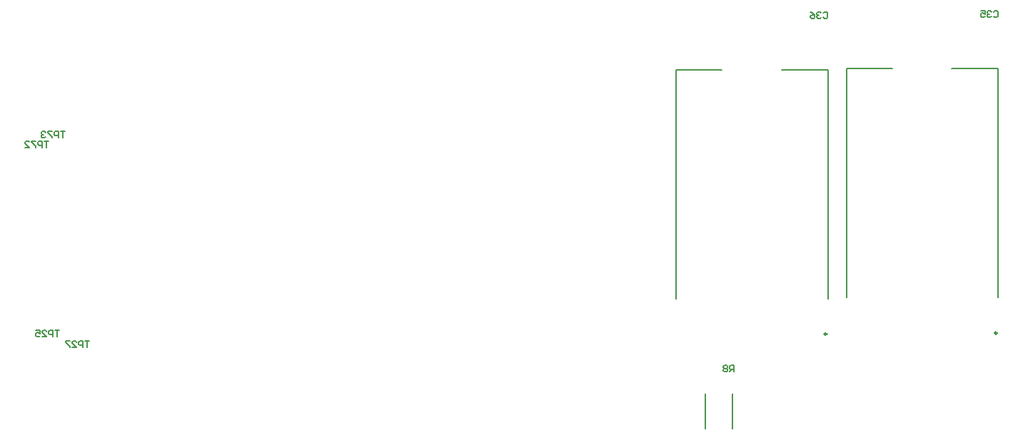
<source format=gbo>
%FSTAX24Y24*%
%MOIN*%
%SFA1B1*%

%IPPOS*%
%ADD58C,0.008000*%
%ADD96C,0.009840*%
%ADD99C,0.007870*%
%LNkarmandb-1*%
%LPD*%
G54D58*
X0472Y00473D02*
Y005029D01*
X04705*
X047Y004979*
Y00488*
X04705Y00483*
X0472*
X0471D02*
X047Y00473D01*
X0469Y004979D02*
X04685Y005029D01*
X04675*
X0467Y004979*
Y004929*
X04675Y00488*
X0467Y00483*
Y00478*
X04675Y00473*
X04685*
X0469Y00478*
Y00483*
X04685Y00488*
X0469Y004929*
Y004979*
X04685Y00488D02*
X04675D01*
X05933Y021549D02*
X05938Y021599D01*
X05948*
X05953Y021549*
Y02135*
X05948Y0213*
X05938*
X05933Y02135*
X05923Y021549D02*
X05918Y021599D01*
X05908*
X05903Y021549*
Y021499*
X05908Y02145*
X05913*
X05908*
X05903Y0214*
Y02135*
X05908Y0213*
X05918*
X05923Y02135*
X05873Y021599D02*
X05893D01*
Y02145*
X05883Y021499*
X05878*
X05873Y02145*
Y02135*
X05878Y0213*
X05888*
X05893Y02135*
X05138Y021499D02*
X05143Y021549D01*
X05153*
X05158Y021499*
Y0213*
X05153Y02125*
X05143*
X05138Y0213*
X05128Y021499D02*
X05123Y021549D01*
X05113*
X05108Y021499*
Y021449*
X05113Y0214*
X05118*
X05113*
X05108Y02135*
Y0213*
X05113Y02125*
X05123*
X05128Y0213*
X05078Y021549D02*
X05088Y021499D01*
X05098Y0214*
Y0213*
X05093Y02125*
X05083*
X05078Y0213*
Y02135*
X05083Y0214*
X05098*
X01571Y006669D02*
X01551D01*
X01561*
Y00637*
X01541D02*
Y006669D01*
X01526*
X01521Y006619*
Y00652*
X01526Y00647*
X01541*
X01491Y00637D02*
X01511D01*
X01491Y006569*
Y006619*
X01496Y006669*
X01506*
X01511Y006619*
X01461Y006669D02*
X01481D01*
Y00652*
X01471Y006569*
X01466*
X01461Y00652*
Y00642*
X01466Y00637*
X01476*
X01481Y00642*
X01711Y006169D02*
X01691D01*
X01701*
Y00587*
X01681D02*
Y006169D01*
X01666*
X01661Y006119*
Y00602*
X01666Y00597*
X01681*
X01631Y00587D02*
X01651D01*
X01631Y006069*
Y006119*
X01636Y006169*
X01646*
X01651Y006119*
X01621Y006169D02*
X01601D01*
Y006119*
X01621Y00592*
Y00587*
X01521Y015519D02*
X01501D01*
X01511*
Y01522*
X01491D02*
Y015519D01*
X01476*
X01471Y015469*
Y01537*
X01476Y01532*
X01491*
X01461Y015519D02*
X01441D01*
Y015469*
X01461Y01527*
Y01522*
X01411D02*
X01431D01*
X01411Y015419*
Y015469*
X01416Y015519*
X01426*
X01431Y015469*
X01596Y015969D02*
X01576D01*
X01586*
Y01567*
X01566D02*
Y015969D01*
X01551*
X01546Y015919*
Y01582*
X01551Y01577*
X01566*
X01536Y015969D02*
X01516D01*
Y015919*
X01536Y01572*
Y01567*
X01506Y015919D02*
X01501Y015969D01*
X01491*
X01486Y015919*
Y015869*
X01491Y01582*
X01496*
X01491*
X01486Y01577*
Y01572*
X01491Y01567*
X01501*
X01506Y01572*
G54D96*
X059474Y006546D02*
D01*
D01*
G75*
G03X059376I-000049J0D01*
G74*G01*
D01*
G75*
G03X059474I000049J0D01*
G74*G01*
X051524Y006496D02*
D01*
D01*
G75*
G03X051426I-000049J0D01*
G74*G01*
D01*
G75*
G03X051524I000049J0D01*
G74*G01*
G54D99*
X04712Y002073D02*
Y003726D01*
X045879Y002073D02*
Y003726D01*
X059543Y0082D02*
Y018908D01*
X057378D02*
X059543D01*
X052456Y0082D02*
Y018908D01*
X054582*
X051593Y00815D02*
Y018858D01*
X049428D02*
X051593D01*
X044506Y00815D02*
Y018858D01*
X046632*
M02*
</source>
